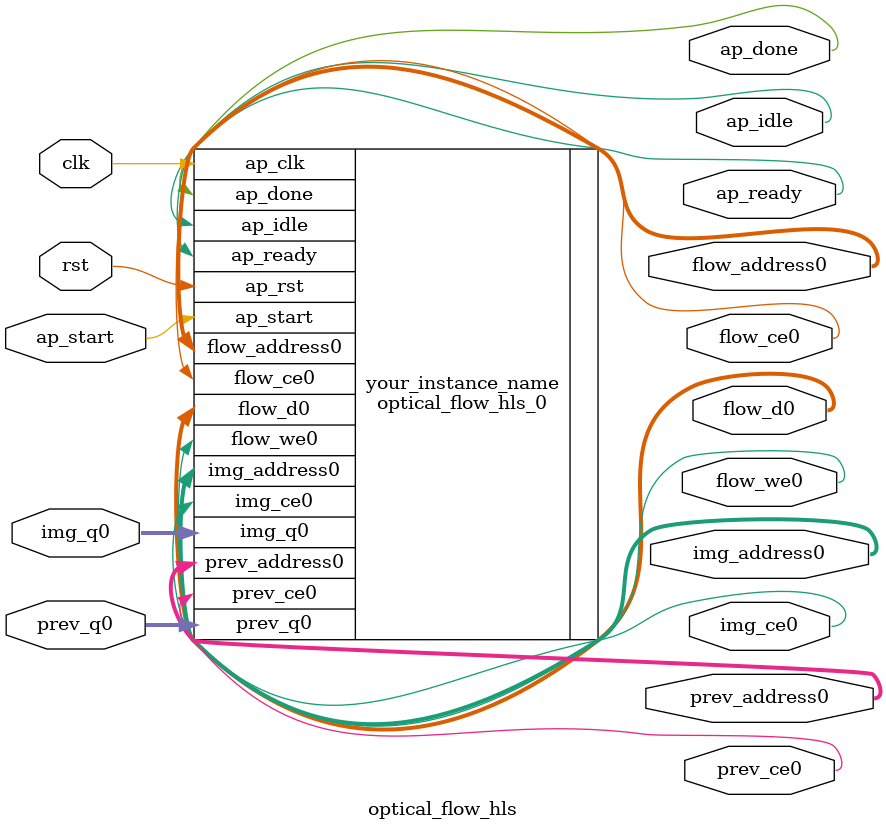
<source format=sv>
module optical_flow_hls(
output wire flow_ce0
,output wire flow_we0
,output wire img_ce0
,output wire prev_ce0
,input wire clk
,input wire rst
,input wire ap_start
,output wire ap_done
,output wire ap_idle
,output wire ap_ready
,output wire [10 : 0] flow_address0
,output wire [31 : 0] flow_d0
,output wire [9 : 0] img_address0
,input wire [31 : 0] img_q0
,output wire [9 : 0] prev_address0
,input wire [31 : 0] prev_q0
);

optical_flow_hls_0 your_instance_name (
  .flow_ce0(flow_ce0),            // output wire flow_ce0
  .flow_we0(flow_we0),            // output wire flow_we0
  .img_ce0(img_ce0),              // output wire img_ce0
  .prev_ce0(prev_ce0),            // output wire prev_ce0
  .ap_clk(clk),                // input wire ap_clk
  .ap_rst(rst),                // input wire ap_rst
  .ap_start(ap_start),            // input wire ap_start
  .ap_done(ap_done),              // output wire ap_done
  .ap_idle(ap_idle),              // output wire ap_idle
  .ap_ready(ap_ready),            // output wire ap_ready
  .flow_address0(flow_address0),  // output wire [10 : 0] flow_address0
  .flow_d0(flow_d0),              // output wire [31 : 0] flow_d0
  .img_address0(img_address0),    // output wire [9 : 0] img_address0
  .img_q0(img_q0),                // input wire [31 : 0] img_q0
  .prev_address0(prev_address0),  // output wire [9 : 0] prev_address0
  .prev_q0(prev_q0)              //  input wire [31 : 0] prev_q0
);
endmodule
</source>
